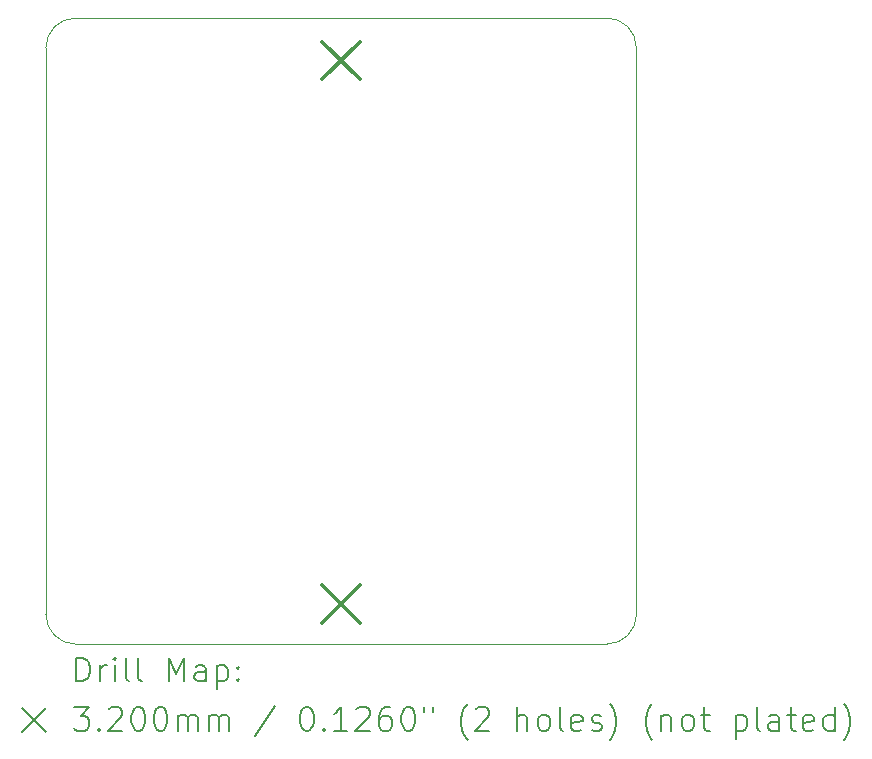
<source format=gbr>
%TF.GenerationSoftware,KiCad,Pcbnew,8.0.5*%
%TF.CreationDate,2024-11-25T19:06:04-05:00*%
%TF.ProjectId,Neo7SegmentMini,4e656f37-5365-4676-9d65-6e744d696e69,rev?*%
%TF.SameCoordinates,Original*%
%TF.FileFunction,Drillmap*%
%TF.FilePolarity,Positive*%
%FSLAX45Y45*%
G04 Gerber Fmt 4.5, Leading zero omitted, Abs format (unit mm)*
G04 Created by KiCad (PCBNEW 8.0.5) date 2024-11-25 19:06:04*
%MOMM*%
%LPD*%
G01*
G04 APERTURE LIST*
%ADD10C,0.050000*%
%ADD11C,0.200000*%
%ADD12C,0.320000*%
G04 APERTURE END LIST*
D10*
X14800000Y-5050000D02*
G75*
G02*
X15050000Y-4800000I250000J0D01*
G01*
X19550000Y-10100000D02*
X15050000Y-10100000D01*
X15050000Y-10100000D02*
G75*
G02*
X14800000Y-9850000I0J250000D01*
G01*
X19800000Y-9850000D02*
G75*
G02*
X19550000Y-10100000I-250000J0D01*
G01*
X19800000Y-5050000D02*
X19800000Y-9850000D01*
X14800000Y-9850000D02*
X14800000Y-5050000D01*
X15050000Y-4800000D02*
X19550000Y-4800000D01*
X19550000Y-4800000D02*
G75*
G02*
X19800000Y-5050000I0J-250000D01*
G01*
D11*
D12*
X17140000Y-5000000D02*
X17460000Y-5320000D01*
X17460000Y-5000000D02*
X17140000Y-5320000D01*
X17140000Y-9600000D02*
X17460000Y-9920000D01*
X17460000Y-9600000D02*
X17140000Y-9920000D01*
D11*
X15058277Y-10413984D02*
X15058277Y-10213984D01*
X15058277Y-10213984D02*
X15105896Y-10213984D01*
X15105896Y-10213984D02*
X15134467Y-10223508D01*
X15134467Y-10223508D02*
X15153515Y-10242555D01*
X15153515Y-10242555D02*
X15163039Y-10261603D01*
X15163039Y-10261603D02*
X15172562Y-10299698D01*
X15172562Y-10299698D02*
X15172562Y-10328270D01*
X15172562Y-10328270D02*
X15163039Y-10366365D01*
X15163039Y-10366365D02*
X15153515Y-10385412D01*
X15153515Y-10385412D02*
X15134467Y-10404460D01*
X15134467Y-10404460D02*
X15105896Y-10413984D01*
X15105896Y-10413984D02*
X15058277Y-10413984D01*
X15258277Y-10413984D02*
X15258277Y-10280650D01*
X15258277Y-10318746D02*
X15267801Y-10299698D01*
X15267801Y-10299698D02*
X15277324Y-10290174D01*
X15277324Y-10290174D02*
X15296372Y-10280650D01*
X15296372Y-10280650D02*
X15315420Y-10280650D01*
X15382086Y-10413984D02*
X15382086Y-10280650D01*
X15382086Y-10213984D02*
X15372562Y-10223508D01*
X15372562Y-10223508D02*
X15382086Y-10233031D01*
X15382086Y-10233031D02*
X15391610Y-10223508D01*
X15391610Y-10223508D02*
X15382086Y-10213984D01*
X15382086Y-10213984D02*
X15382086Y-10233031D01*
X15505896Y-10413984D02*
X15486848Y-10404460D01*
X15486848Y-10404460D02*
X15477324Y-10385412D01*
X15477324Y-10385412D02*
X15477324Y-10213984D01*
X15610658Y-10413984D02*
X15591610Y-10404460D01*
X15591610Y-10404460D02*
X15582086Y-10385412D01*
X15582086Y-10385412D02*
X15582086Y-10213984D01*
X15839229Y-10413984D02*
X15839229Y-10213984D01*
X15839229Y-10213984D02*
X15905896Y-10356841D01*
X15905896Y-10356841D02*
X15972562Y-10213984D01*
X15972562Y-10213984D02*
X15972562Y-10413984D01*
X16153515Y-10413984D02*
X16153515Y-10309222D01*
X16153515Y-10309222D02*
X16143991Y-10290174D01*
X16143991Y-10290174D02*
X16124943Y-10280650D01*
X16124943Y-10280650D02*
X16086848Y-10280650D01*
X16086848Y-10280650D02*
X16067801Y-10290174D01*
X16153515Y-10404460D02*
X16134467Y-10413984D01*
X16134467Y-10413984D02*
X16086848Y-10413984D01*
X16086848Y-10413984D02*
X16067801Y-10404460D01*
X16067801Y-10404460D02*
X16058277Y-10385412D01*
X16058277Y-10385412D02*
X16058277Y-10366365D01*
X16058277Y-10366365D02*
X16067801Y-10347317D01*
X16067801Y-10347317D02*
X16086848Y-10337793D01*
X16086848Y-10337793D02*
X16134467Y-10337793D01*
X16134467Y-10337793D02*
X16153515Y-10328270D01*
X16248753Y-10280650D02*
X16248753Y-10480650D01*
X16248753Y-10290174D02*
X16267801Y-10280650D01*
X16267801Y-10280650D02*
X16305896Y-10280650D01*
X16305896Y-10280650D02*
X16324943Y-10290174D01*
X16324943Y-10290174D02*
X16334467Y-10299698D01*
X16334467Y-10299698D02*
X16343991Y-10318746D01*
X16343991Y-10318746D02*
X16343991Y-10375889D01*
X16343991Y-10375889D02*
X16334467Y-10394936D01*
X16334467Y-10394936D02*
X16324943Y-10404460D01*
X16324943Y-10404460D02*
X16305896Y-10413984D01*
X16305896Y-10413984D02*
X16267801Y-10413984D01*
X16267801Y-10413984D02*
X16248753Y-10404460D01*
X16429705Y-10394936D02*
X16439229Y-10404460D01*
X16439229Y-10404460D02*
X16429705Y-10413984D01*
X16429705Y-10413984D02*
X16420182Y-10404460D01*
X16420182Y-10404460D02*
X16429705Y-10394936D01*
X16429705Y-10394936D02*
X16429705Y-10413984D01*
X16429705Y-10290174D02*
X16439229Y-10299698D01*
X16439229Y-10299698D02*
X16429705Y-10309222D01*
X16429705Y-10309222D02*
X16420182Y-10299698D01*
X16420182Y-10299698D02*
X16429705Y-10290174D01*
X16429705Y-10290174D02*
X16429705Y-10309222D01*
X14597500Y-10642500D02*
X14797500Y-10842500D01*
X14797500Y-10642500D02*
X14597500Y-10842500D01*
X15039229Y-10633984D02*
X15163039Y-10633984D01*
X15163039Y-10633984D02*
X15096372Y-10710174D01*
X15096372Y-10710174D02*
X15124943Y-10710174D01*
X15124943Y-10710174D02*
X15143991Y-10719698D01*
X15143991Y-10719698D02*
X15153515Y-10729222D01*
X15153515Y-10729222D02*
X15163039Y-10748270D01*
X15163039Y-10748270D02*
X15163039Y-10795889D01*
X15163039Y-10795889D02*
X15153515Y-10814936D01*
X15153515Y-10814936D02*
X15143991Y-10824460D01*
X15143991Y-10824460D02*
X15124943Y-10833984D01*
X15124943Y-10833984D02*
X15067801Y-10833984D01*
X15067801Y-10833984D02*
X15048753Y-10824460D01*
X15048753Y-10824460D02*
X15039229Y-10814936D01*
X15248753Y-10814936D02*
X15258277Y-10824460D01*
X15258277Y-10824460D02*
X15248753Y-10833984D01*
X15248753Y-10833984D02*
X15239229Y-10824460D01*
X15239229Y-10824460D02*
X15248753Y-10814936D01*
X15248753Y-10814936D02*
X15248753Y-10833984D01*
X15334467Y-10653031D02*
X15343991Y-10643508D01*
X15343991Y-10643508D02*
X15363039Y-10633984D01*
X15363039Y-10633984D02*
X15410658Y-10633984D01*
X15410658Y-10633984D02*
X15429705Y-10643508D01*
X15429705Y-10643508D02*
X15439229Y-10653031D01*
X15439229Y-10653031D02*
X15448753Y-10672079D01*
X15448753Y-10672079D02*
X15448753Y-10691127D01*
X15448753Y-10691127D02*
X15439229Y-10719698D01*
X15439229Y-10719698D02*
X15324943Y-10833984D01*
X15324943Y-10833984D02*
X15448753Y-10833984D01*
X15572562Y-10633984D02*
X15591610Y-10633984D01*
X15591610Y-10633984D02*
X15610658Y-10643508D01*
X15610658Y-10643508D02*
X15620182Y-10653031D01*
X15620182Y-10653031D02*
X15629705Y-10672079D01*
X15629705Y-10672079D02*
X15639229Y-10710174D01*
X15639229Y-10710174D02*
X15639229Y-10757793D01*
X15639229Y-10757793D02*
X15629705Y-10795889D01*
X15629705Y-10795889D02*
X15620182Y-10814936D01*
X15620182Y-10814936D02*
X15610658Y-10824460D01*
X15610658Y-10824460D02*
X15591610Y-10833984D01*
X15591610Y-10833984D02*
X15572562Y-10833984D01*
X15572562Y-10833984D02*
X15553515Y-10824460D01*
X15553515Y-10824460D02*
X15543991Y-10814936D01*
X15543991Y-10814936D02*
X15534467Y-10795889D01*
X15534467Y-10795889D02*
X15524943Y-10757793D01*
X15524943Y-10757793D02*
X15524943Y-10710174D01*
X15524943Y-10710174D02*
X15534467Y-10672079D01*
X15534467Y-10672079D02*
X15543991Y-10653031D01*
X15543991Y-10653031D02*
X15553515Y-10643508D01*
X15553515Y-10643508D02*
X15572562Y-10633984D01*
X15763039Y-10633984D02*
X15782086Y-10633984D01*
X15782086Y-10633984D02*
X15801134Y-10643508D01*
X15801134Y-10643508D02*
X15810658Y-10653031D01*
X15810658Y-10653031D02*
X15820182Y-10672079D01*
X15820182Y-10672079D02*
X15829705Y-10710174D01*
X15829705Y-10710174D02*
X15829705Y-10757793D01*
X15829705Y-10757793D02*
X15820182Y-10795889D01*
X15820182Y-10795889D02*
X15810658Y-10814936D01*
X15810658Y-10814936D02*
X15801134Y-10824460D01*
X15801134Y-10824460D02*
X15782086Y-10833984D01*
X15782086Y-10833984D02*
X15763039Y-10833984D01*
X15763039Y-10833984D02*
X15743991Y-10824460D01*
X15743991Y-10824460D02*
X15734467Y-10814936D01*
X15734467Y-10814936D02*
X15724943Y-10795889D01*
X15724943Y-10795889D02*
X15715420Y-10757793D01*
X15715420Y-10757793D02*
X15715420Y-10710174D01*
X15715420Y-10710174D02*
X15724943Y-10672079D01*
X15724943Y-10672079D02*
X15734467Y-10653031D01*
X15734467Y-10653031D02*
X15743991Y-10643508D01*
X15743991Y-10643508D02*
X15763039Y-10633984D01*
X15915420Y-10833984D02*
X15915420Y-10700650D01*
X15915420Y-10719698D02*
X15924943Y-10710174D01*
X15924943Y-10710174D02*
X15943991Y-10700650D01*
X15943991Y-10700650D02*
X15972563Y-10700650D01*
X15972563Y-10700650D02*
X15991610Y-10710174D01*
X15991610Y-10710174D02*
X16001134Y-10729222D01*
X16001134Y-10729222D02*
X16001134Y-10833984D01*
X16001134Y-10729222D02*
X16010658Y-10710174D01*
X16010658Y-10710174D02*
X16029705Y-10700650D01*
X16029705Y-10700650D02*
X16058277Y-10700650D01*
X16058277Y-10700650D02*
X16077324Y-10710174D01*
X16077324Y-10710174D02*
X16086848Y-10729222D01*
X16086848Y-10729222D02*
X16086848Y-10833984D01*
X16182086Y-10833984D02*
X16182086Y-10700650D01*
X16182086Y-10719698D02*
X16191610Y-10710174D01*
X16191610Y-10710174D02*
X16210658Y-10700650D01*
X16210658Y-10700650D02*
X16239229Y-10700650D01*
X16239229Y-10700650D02*
X16258277Y-10710174D01*
X16258277Y-10710174D02*
X16267801Y-10729222D01*
X16267801Y-10729222D02*
X16267801Y-10833984D01*
X16267801Y-10729222D02*
X16277324Y-10710174D01*
X16277324Y-10710174D02*
X16296372Y-10700650D01*
X16296372Y-10700650D02*
X16324943Y-10700650D01*
X16324943Y-10700650D02*
X16343991Y-10710174D01*
X16343991Y-10710174D02*
X16353515Y-10729222D01*
X16353515Y-10729222D02*
X16353515Y-10833984D01*
X16743991Y-10624460D02*
X16572563Y-10881603D01*
X17001134Y-10633984D02*
X17020182Y-10633984D01*
X17020182Y-10633984D02*
X17039229Y-10643508D01*
X17039229Y-10643508D02*
X17048753Y-10653031D01*
X17048753Y-10653031D02*
X17058277Y-10672079D01*
X17058277Y-10672079D02*
X17067801Y-10710174D01*
X17067801Y-10710174D02*
X17067801Y-10757793D01*
X17067801Y-10757793D02*
X17058277Y-10795889D01*
X17058277Y-10795889D02*
X17048753Y-10814936D01*
X17048753Y-10814936D02*
X17039229Y-10824460D01*
X17039229Y-10824460D02*
X17020182Y-10833984D01*
X17020182Y-10833984D02*
X17001134Y-10833984D01*
X17001134Y-10833984D02*
X16982087Y-10824460D01*
X16982087Y-10824460D02*
X16972563Y-10814936D01*
X16972563Y-10814936D02*
X16963039Y-10795889D01*
X16963039Y-10795889D02*
X16953515Y-10757793D01*
X16953515Y-10757793D02*
X16953515Y-10710174D01*
X16953515Y-10710174D02*
X16963039Y-10672079D01*
X16963039Y-10672079D02*
X16972563Y-10653031D01*
X16972563Y-10653031D02*
X16982087Y-10643508D01*
X16982087Y-10643508D02*
X17001134Y-10633984D01*
X17153515Y-10814936D02*
X17163039Y-10824460D01*
X17163039Y-10824460D02*
X17153515Y-10833984D01*
X17153515Y-10833984D02*
X17143991Y-10824460D01*
X17143991Y-10824460D02*
X17153515Y-10814936D01*
X17153515Y-10814936D02*
X17153515Y-10833984D01*
X17353515Y-10833984D02*
X17239229Y-10833984D01*
X17296372Y-10833984D02*
X17296372Y-10633984D01*
X17296372Y-10633984D02*
X17277325Y-10662555D01*
X17277325Y-10662555D02*
X17258277Y-10681603D01*
X17258277Y-10681603D02*
X17239229Y-10691127D01*
X17429706Y-10653031D02*
X17439229Y-10643508D01*
X17439229Y-10643508D02*
X17458277Y-10633984D01*
X17458277Y-10633984D02*
X17505896Y-10633984D01*
X17505896Y-10633984D02*
X17524944Y-10643508D01*
X17524944Y-10643508D02*
X17534468Y-10653031D01*
X17534468Y-10653031D02*
X17543991Y-10672079D01*
X17543991Y-10672079D02*
X17543991Y-10691127D01*
X17543991Y-10691127D02*
X17534468Y-10719698D01*
X17534468Y-10719698D02*
X17420182Y-10833984D01*
X17420182Y-10833984D02*
X17543991Y-10833984D01*
X17715420Y-10633984D02*
X17677325Y-10633984D01*
X17677325Y-10633984D02*
X17658277Y-10643508D01*
X17658277Y-10643508D02*
X17648753Y-10653031D01*
X17648753Y-10653031D02*
X17629706Y-10681603D01*
X17629706Y-10681603D02*
X17620182Y-10719698D01*
X17620182Y-10719698D02*
X17620182Y-10795889D01*
X17620182Y-10795889D02*
X17629706Y-10814936D01*
X17629706Y-10814936D02*
X17639229Y-10824460D01*
X17639229Y-10824460D02*
X17658277Y-10833984D01*
X17658277Y-10833984D02*
X17696372Y-10833984D01*
X17696372Y-10833984D02*
X17715420Y-10824460D01*
X17715420Y-10824460D02*
X17724944Y-10814936D01*
X17724944Y-10814936D02*
X17734468Y-10795889D01*
X17734468Y-10795889D02*
X17734468Y-10748270D01*
X17734468Y-10748270D02*
X17724944Y-10729222D01*
X17724944Y-10729222D02*
X17715420Y-10719698D01*
X17715420Y-10719698D02*
X17696372Y-10710174D01*
X17696372Y-10710174D02*
X17658277Y-10710174D01*
X17658277Y-10710174D02*
X17639229Y-10719698D01*
X17639229Y-10719698D02*
X17629706Y-10729222D01*
X17629706Y-10729222D02*
X17620182Y-10748270D01*
X17858277Y-10633984D02*
X17877325Y-10633984D01*
X17877325Y-10633984D02*
X17896372Y-10643508D01*
X17896372Y-10643508D02*
X17905896Y-10653031D01*
X17905896Y-10653031D02*
X17915420Y-10672079D01*
X17915420Y-10672079D02*
X17924944Y-10710174D01*
X17924944Y-10710174D02*
X17924944Y-10757793D01*
X17924944Y-10757793D02*
X17915420Y-10795889D01*
X17915420Y-10795889D02*
X17905896Y-10814936D01*
X17905896Y-10814936D02*
X17896372Y-10824460D01*
X17896372Y-10824460D02*
X17877325Y-10833984D01*
X17877325Y-10833984D02*
X17858277Y-10833984D01*
X17858277Y-10833984D02*
X17839229Y-10824460D01*
X17839229Y-10824460D02*
X17829706Y-10814936D01*
X17829706Y-10814936D02*
X17820182Y-10795889D01*
X17820182Y-10795889D02*
X17810658Y-10757793D01*
X17810658Y-10757793D02*
X17810658Y-10710174D01*
X17810658Y-10710174D02*
X17820182Y-10672079D01*
X17820182Y-10672079D02*
X17829706Y-10653031D01*
X17829706Y-10653031D02*
X17839229Y-10643508D01*
X17839229Y-10643508D02*
X17858277Y-10633984D01*
X18001134Y-10633984D02*
X18001134Y-10672079D01*
X18077325Y-10633984D02*
X18077325Y-10672079D01*
X18372563Y-10910174D02*
X18363039Y-10900650D01*
X18363039Y-10900650D02*
X18343991Y-10872079D01*
X18343991Y-10872079D02*
X18334468Y-10853031D01*
X18334468Y-10853031D02*
X18324944Y-10824460D01*
X18324944Y-10824460D02*
X18315420Y-10776841D01*
X18315420Y-10776841D02*
X18315420Y-10738746D01*
X18315420Y-10738746D02*
X18324944Y-10691127D01*
X18324944Y-10691127D02*
X18334468Y-10662555D01*
X18334468Y-10662555D02*
X18343991Y-10643508D01*
X18343991Y-10643508D02*
X18363039Y-10614936D01*
X18363039Y-10614936D02*
X18372563Y-10605412D01*
X18439230Y-10653031D02*
X18448753Y-10643508D01*
X18448753Y-10643508D02*
X18467801Y-10633984D01*
X18467801Y-10633984D02*
X18515420Y-10633984D01*
X18515420Y-10633984D02*
X18534468Y-10643508D01*
X18534468Y-10643508D02*
X18543991Y-10653031D01*
X18543991Y-10653031D02*
X18553515Y-10672079D01*
X18553515Y-10672079D02*
X18553515Y-10691127D01*
X18553515Y-10691127D02*
X18543991Y-10719698D01*
X18543991Y-10719698D02*
X18429706Y-10833984D01*
X18429706Y-10833984D02*
X18553515Y-10833984D01*
X18791611Y-10833984D02*
X18791611Y-10633984D01*
X18877325Y-10833984D02*
X18877325Y-10729222D01*
X18877325Y-10729222D02*
X18867801Y-10710174D01*
X18867801Y-10710174D02*
X18848753Y-10700650D01*
X18848753Y-10700650D02*
X18820182Y-10700650D01*
X18820182Y-10700650D02*
X18801134Y-10710174D01*
X18801134Y-10710174D02*
X18791611Y-10719698D01*
X19001134Y-10833984D02*
X18982087Y-10824460D01*
X18982087Y-10824460D02*
X18972563Y-10814936D01*
X18972563Y-10814936D02*
X18963039Y-10795889D01*
X18963039Y-10795889D02*
X18963039Y-10738746D01*
X18963039Y-10738746D02*
X18972563Y-10719698D01*
X18972563Y-10719698D02*
X18982087Y-10710174D01*
X18982087Y-10710174D02*
X19001134Y-10700650D01*
X19001134Y-10700650D02*
X19029706Y-10700650D01*
X19029706Y-10700650D02*
X19048753Y-10710174D01*
X19048753Y-10710174D02*
X19058277Y-10719698D01*
X19058277Y-10719698D02*
X19067801Y-10738746D01*
X19067801Y-10738746D02*
X19067801Y-10795889D01*
X19067801Y-10795889D02*
X19058277Y-10814936D01*
X19058277Y-10814936D02*
X19048753Y-10824460D01*
X19048753Y-10824460D02*
X19029706Y-10833984D01*
X19029706Y-10833984D02*
X19001134Y-10833984D01*
X19182087Y-10833984D02*
X19163039Y-10824460D01*
X19163039Y-10824460D02*
X19153515Y-10805412D01*
X19153515Y-10805412D02*
X19153515Y-10633984D01*
X19334468Y-10824460D02*
X19315420Y-10833984D01*
X19315420Y-10833984D02*
X19277325Y-10833984D01*
X19277325Y-10833984D02*
X19258277Y-10824460D01*
X19258277Y-10824460D02*
X19248753Y-10805412D01*
X19248753Y-10805412D02*
X19248753Y-10729222D01*
X19248753Y-10729222D02*
X19258277Y-10710174D01*
X19258277Y-10710174D02*
X19277325Y-10700650D01*
X19277325Y-10700650D02*
X19315420Y-10700650D01*
X19315420Y-10700650D02*
X19334468Y-10710174D01*
X19334468Y-10710174D02*
X19343992Y-10729222D01*
X19343992Y-10729222D02*
X19343992Y-10748270D01*
X19343992Y-10748270D02*
X19248753Y-10767317D01*
X19420182Y-10824460D02*
X19439230Y-10833984D01*
X19439230Y-10833984D02*
X19477325Y-10833984D01*
X19477325Y-10833984D02*
X19496373Y-10824460D01*
X19496373Y-10824460D02*
X19505896Y-10805412D01*
X19505896Y-10805412D02*
X19505896Y-10795889D01*
X19505896Y-10795889D02*
X19496373Y-10776841D01*
X19496373Y-10776841D02*
X19477325Y-10767317D01*
X19477325Y-10767317D02*
X19448753Y-10767317D01*
X19448753Y-10767317D02*
X19429706Y-10757793D01*
X19429706Y-10757793D02*
X19420182Y-10738746D01*
X19420182Y-10738746D02*
X19420182Y-10729222D01*
X19420182Y-10729222D02*
X19429706Y-10710174D01*
X19429706Y-10710174D02*
X19448753Y-10700650D01*
X19448753Y-10700650D02*
X19477325Y-10700650D01*
X19477325Y-10700650D02*
X19496373Y-10710174D01*
X19572563Y-10910174D02*
X19582087Y-10900650D01*
X19582087Y-10900650D02*
X19601134Y-10872079D01*
X19601134Y-10872079D02*
X19610658Y-10853031D01*
X19610658Y-10853031D02*
X19620182Y-10824460D01*
X19620182Y-10824460D02*
X19629706Y-10776841D01*
X19629706Y-10776841D02*
X19629706Y-10738746D01*
X19629706Y-10738746D02*
X19620182Y-10691127D01*
X19620182Y-10691127D02*
X19610658Y-10662555D01*
X19610658Y-10662555D02*
X19601134Y-10643508D01*
X19601134Y-10643508D02*
X19582087Y-10614936D01*
X19582087Y-10614936D02*
X19572563Y-10605412D01*
X19934468Y-10910174D02*
X19924944Y-10900650D01*
X19924944Y-10900650D02*
X19905896Y-10872079D01*
X19905896Y-10872079D02*
X19896373Y-10853031D01*
X19896373Y-10853031D02*
X19886849Y-10824460D01*
X19886849Y-10824460D02*
X19877325Y-10776841D01*
X19877325Y-10776841D02*
X19877325Y-10738746D01*
X19877325Y-10738746D02*
X19886849Y-10691127D01*
X19886849Y-10691127D02*
X19896373Y-10662555D01*
X19896373Y-10662555D02*
X19905896Y-10643508D01*
X19905896Y-10643508D02*
X19924944Y-10614936D01*
X19924944Y-10614936D02*
X19934468Y-10605412D01*
X20010658Y-10700650D02*
X20010658Y-10833984D01*
X20010658Y-10719698D02*
X20020182Y-10710174D01*
X20020182Y-10710174D02*
X20039230Y-10700650D01*
X20039230Y-10700650D02*
X20067801Y-10700650D01*
X20067801Y-10700650D02*
X20086849Y-10710174D01*
X20086849Y-10710174D02*
X20096373Y-10729222D01*
X20096373Y-10729222D02*
X20096373Y-10833984D01*
X20220182Y-10833984D02*
X20201134Y-10824460D01*
X20201134Y-10824460D02*
X20191611Y-10814936D01*
X20191611Y-10814936D02*
X20182087Y-10795889D01*
X20182087Y-10795889D02*
X20182087Y-10738746D01*
X20182087Y-10738746D02*
X20191611Y-10719698D01*
X20191611Y-10719698D02*
X20201134Y-10710174D01*
X20201134Y-10710174D02*
X20220182Y-10700650D01*
X20220182Y-10700650D02*
X20248754Y-10700650D01*
X20248754Y-10700650D02*
X20267801Y-10710174D01*
X20267801Y-10710174D02*
X20277325Y-10719698D01*
X20277325Y-10719698D02*
X20286849Y-10738746D01*
X20286849Y-10738746D02*
X20286849Y-10795889D01*
X20286849Y-10795889D02*
X20277325Y-10814936D01*
X20277325Y-10814936D02*
X20267801Y-10824460D01*
X20267801Y-10824460D02*
X20248754Y-10833984D01*
X20248754Y-10833984D02*
X20220182Y-10833984D01*
X20343992Y-10700650D02*
X20420182Y-10700650D01*
X20372563Y-10633984D02*
X20372563Y-10805412D01*
X20372563Y-10805412D02*
X20382087Y-10824460D01*
X20382087Y-10824460D02*
X20401134Y-10833984D01*
X20401134Y-10833984D02*
X20420182Y-10833984D01*
X20639230Y-10700650D02*
X20639230Y-10900650D01*
X20639230Y-10710174D02*
X20658277Y-10700650D01*
X20658277Y-10700650D02*
X20696373Y-10700650D01*
X20696373Y-10700650D02*
X20715420Y-10710174D01*
X20715420Y-10710174D02*
X20724944Y-10719698D01*
X20724944Y-10719698D02*
X20734468Y-10738746D01*
X20734468Y-10738746D02*
X20734468Y-10795889D01*
X20734468Y-10795889D02*
X20724944Y-10814936D01*
X20724944Y-10814936D02*
X20715420Y-10824460D01*
X20715420Y-10824460D02*
X20696373Y-10833984D01*
X20696373Y-10833984D02*
X20658277Y-10833984D01*
X20658277Y-10833984D02*
X20639230Y-10824460D01*
X20848754Y-10833984D02*
X20829706Y-10824460D01*
X20829706Y-10824460D02*
X20820182Y-10805412D01*
X20820182Y-10805412D02*
X20820182Y-10633984D01*
X21010658Y-10833984D02*
X21010658Y-10729222D01*
X21010658Y-10729222D02*
X21001135Y-10710174D01*
X21001135Y-10710174D02*
X20982087Y-10700650D01*
X20982087Y-10700650D02*
X20943992Y-10700650D01*
X20943992Y-10700650D02*
X20924944Y-10710174D01*
X21010658Y-10824460D02*
X20991611Y-10833984D01*
X20991611Y-10833984D02*
X20943992Y-10833984D01*
X20943992Y-10833984D02*
X20924944Y-10824460D01*
X20924944Y-10824460D02*
X20915420Y-10805412D01*
X20915420Y-10805412D02*
X20915420Y-10786365D01*
X20915420Y-10786365D02*
X20924944Y-10767317D01*
X20924944Y-10767317D02*
X20943992Y-10757793D01*
X20943992Y-10757793D02*
X20991611Y-10757793D01*
X20991611Y-10757793D02*
X21010658Y-10748270D01*
X21077325Y-10700650D02*
X21153515Y-10700650D01*
X21105896Y-10633984D02*
X21105896Y-10805412D01*
X21105896Y-10805412D02*
X21115420Y-10824460D01*
X21115420Y-10824460D02*
X21134468Y-10833984D01*
X21134468Y-10833984D02*
X21153515Y-10833984D01*
X21296373Y-10824460D02*
X21277325Y-10833984D01*
X21277325Y-10833984D02*
X21239230Y-10833984D01*
X21239230Y-10833984D02*
X21220182Y-10824460D01*
X21220182Y-10824460D02*
X21210658Y-10805412D01*
X21210658Y-10805412D02*
X21210658Y-10729222D01*
X21210658Y-10729222D02*
X21220182Y-10710174D01*
X21220182Y-10710174D02*
X21239230Y-10700650D01*
X21239230Y-10700650D02*
X21277325Y-10700650D01*
X21277325Y-10700650D02*
X21296373Y-10710174D01*
X21296373Y-10710174D02*
X21305896Y-10729222D01*
X21305896Y-10729222D02*
X21305896Y-10748270D01*
X21305896Y-10748270D02*
X21210658Y-10767317D01*
X21477325Y-10833984D02*
X21477325Y-10633984D01*
X21477325Y-10824460D02*
X21458277Y-10833984D01*
X21458277Y-10833984D02*
X21420182Y-10833984D01*
X21420182Y-10833984D02*
X21401135Y-10824460D01*
X21401135Y-10824460D02*
X21391611Y-10814936D01*
X21391611Y-10814936D02*
X21382087Y-10795889D01*
X21382087Y-10795889D02*
X21382087Y-10738746D01*
X21382087Y-10738746D02*
X21391611Y-10719698D01*
X21391611Y-10719698D02*
X21401135Y-10710174D01*
X21401135Y-10710174D02*
X21420182Y-10700650D01*
X21420182Y-10700650D02*
X21458277Y-10700650D01*
X21458277Y-10700650D02*
X21477325Y-10710174D01*
X21553516Y-10910174D02*
X21563039Y-10900650D01*
X21563039Y-10900650D02*
X21582087Y-10872079D01*
X21582087Y-10872079D02*
X21591611Y-10853031D01*
X21591611Y-10853031D02*
X21601135Y-10824460D01*
X21601135Y-10824460D02*
X21610658Y-10776841D01*
X21610658Y-10776841D02*
X21610658Y-10738746D01*
X21610658Y-10738746D02*
X21601135Y-10691127D01*
X21601135Y-10691127D02*
X21591611Y-10662555D01*
X21591611Y-10662555D02*
X21582087Y-10643508D01*
X21582087Y-10643508D02*
X21563039Y-10614936D01*
X21563039Y-10614936D02*
X21553516Y-10605412D01*
M02*

</source>
